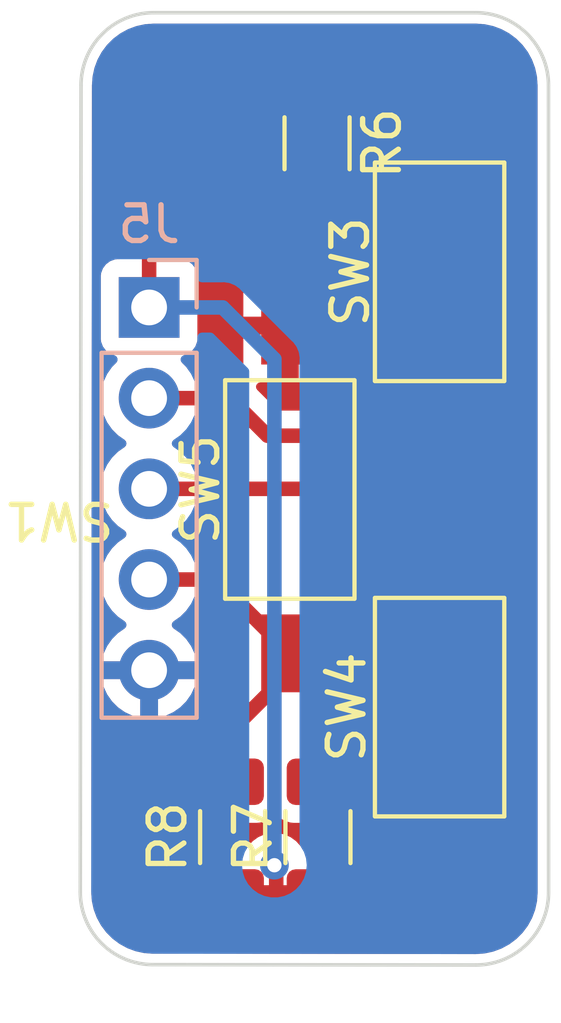
<source format=kicad_pcb>
(kicad_pcb (version 20221018) (generator pcbnew)
  (layers (0 "F.Cu" signal) (31 "B.Cu" signal) (34 "B.Paste" user) (35 "F.Paste" user) (36 "B.SilkS" user "B.Silkscreen") (37 "F.SilkS" user "F.Silkscreen") (38 "B.Mask" user) (39 "F.Mask" user) (44 "Edge.Cuts" user))
  (net 0 "")
  (footprint "Button_Switch_SMD:SW_SPST_FSMSM" (layer "F.Cu") (at 60.868551 82.187 -90)
    (fp_text reference "SW3" (at 0 2.5 90) (layer "F.SilkS"))
    (fp_text value "RIGHT")
    (fp_line (start -3.06 -1.81) (end 3.06 -1.81) (stroke (width 0.12)) (layer "F.SilkS"))
    (fp_line (start -3.06 1.81) (end -3.06 -1.81) (stroke (width 0.12)) (layer "F.SilkS"))
    (fp_line (start 3.06 -1.81) (end 3.06 1.81) (stroke (width 0.12)) (layer "F.SilkS"))
    (fp_line (start 3.06 1.81) (end -3.06 1.81) (stroke (width 0.12)) (layer "F.SilkS"))
    (pad "1" smd rect (at -4.59 0 270) (size 2.18 1.6) (layers "F.Cu" "F.Paste" "F.Mask"))
    (pad "2" smd rect (at 4.59 0 270) (size 2.18 1.6) (layers "F.Cu" "F.Paste" "F.Mask"))
  )
  (footprint "Button_Switch_SMD:SW_SPST_FSMSM" (layer "F.Cu") (at 56.677551 88.283 -90)
    (fp_text reference "SW5" (at 0 2.5 90) (layer "F.SilkS"))
    (fp_text value "SET")
    (fp_line (start -3.06 -1.81) (end 3.06 -1.81) (stroke (width 0.12)) (layer "F.SilkS"))
    (fp_line (start -3.06 1.81) (end -3.06 -1.81) (stroke (width 0.12)) (layer "F.SilkS"))
    (fp_line (start 3.06 -1.81) (end 3.06 1.81) (stroke (width 0.12)) (layer "F.SilkS"))
    (fp_line (start 3.06 1.81) (end -3.06 1.81) (stroke (width 0.12)) (layer "F.SilkS"))
    (pad "1" smd rect (at -4.59 0 270) (size 2.18 1.6) (layers "F.Cu" "F.Paste" "F.Mask"))
    (pad "2" smd rect (at 4.59 0 270) (size 2.18 1.6) (layers "F.Cu" "F.Paste" "F.Mask"))
  )
  (footprint "Resistor_SMD:R_1206_3216Metric_Pad1.30x1.75mm_HandSolder" (layer "F.Cu") (at 57.464951 98.0192 90)
    (fp_text reference "R7" (at 0 -1.82 90) (layer "F.SilkS"))
    (fp_text value "10k")
    (fp_line (start -0.727064 -0.91) (end 0.727064 -0.91) (stroke (width 0.12)) (layer "F.SilkS"))
    (fp_line (start -0.727064 0.91) (end 0.727064 0.91) (stroke (width 0.12)) (layer "F.SilkS"))
    (pad "1" smd roundrect (at -1.55 0 90) (size 1.3 1.75) (layers "F.Cu" "F.Paste" "F.Mask") (roundrect_rratio 0.192308))
    (pad "2" smd roundrect (at 1.55 0 90) (size 1.3 1.75) (layers "F.Cu" "F.Paste" "F.Mask") (roundrect_rratio 0.192308))
  )
  (footprint "Resistor_SMD:R_1206_3216Metric_Pad1.30x1.75mm_HandSolder" (layer "F.Cu") (at 57.439551 78.587 -90)
    (fp_text reference "R6" (at 0 -1.82 90) (layer "F.SilkS"))
    (fp_text value "10k")
    (fp_line (start -0.727064 -0.91) (end 0.727064 -0.91) (stroke (width 0.12)) (layer "F.SilkS"))
    (fp_line (start -0.727064 0.91) (end 0.727064 0.91) (stroke (width 0.12)) (layer "F.SilkS"))
    (pad "1" smd roundrect (at -1.55 0 270) (size 1.3 1.75) (layers "F.Cu" "F.Paste" "F.Mask") (roundrect_rratio 0.192308))
    (pad "2" smd roundrect (at 1.55 0 270) (size 1.3 1.75) (layers "F.Cu" "F.Paste" "F.Mask") (roundrect_rratio 0.192308))
  )
  (footprint "Button_Switch_SMD:SW_SPST_FSMSM" (layer "F.Cu") (at 60.868551 94.379 90)
    (fp_text reference "SW4" (at 0 -2.6 90) (layer "F.SilkS"))
    (fp_text value "LEFT")
    (fp_line (start -3.06 -1.81) (end 3.06 -1.81) (stroke (width 0.12)) (layer "F.SilkS"))
    (fp_line (start -3.06 1.81) (end -3.06 -1.81) (stroke (width 0.12)) (layer "F.SilkS"))
    (fp_line (start 3.06 -1.81) (end 3.06 1.81) (stroke (width 0.12)) (layer "F.SilkS"))
    (fp_line (start 3.06 1.81) (end -3.06 1.81) (stroke (width 0.12)) (layer "F.SilkS"))
    (pad "1" smd rect (at -4.59 0 90) (size 2.18 1.6) (layers "F.Cu" "F.Paste" "F.Mask"))
    (pad "2" smd rect (at 4.59 0 90) (size 2.18 1.6) (layers "F.Cu" "F.Paste" "F.Mask"))
  )
  (footprint "Resistor_SMD:R_1206_3216Metric_Pad1.30x1.75mm_HandSolder" (layer "F.Cu") (at 55.077351 98.018 90)
    (fp_text reference "R8" (at 0 -1.82 90) (layer "F.SilkS"))
    (fp_text value "10k")
    (fp_line (start -0.727064 -0.91) (end 0.727064 -0.91) (stroke (width 0.12)) (layer "F.SilkS"))
    (fp_line (start -0.727064 0.91) (end 0.727064 0.91) (stroke (width 0.12)) (layer "F.SilkS"))
    (pad "1" smd roundrect (at -1.55 0 90) (size 1.3 1.75) (layers "F.Cu" "F.Paste" "F.Mask") (roundrect_rratio 0.192308))
    (pad "2" smd roundrect (at 1.55 0 90) (size 1.3 1.75) (layers "F.Cu" "F.Paste" "F.Mask") (roundrect_rratio 0.192308))
  )
  (footprint "Connector_PinHeader_2.54mm:PinHeader_1x05_P2.54mm_Vertical" (layer "B.Cu") (at 52.740551 83.185 180)
    (fp_text reference "J5" (at 0 2.33) (layer "B.SilkS") (effects (justify mirror)))
    (fp_text value "Keypad1")
    (fp_line (start -1.33 -11.49) (end 1.33 -11.49) (stroke (width 0.12)) (layer "B.SilkS"))
    (fp_line (start -1.33 -1.27) (end -1.33 -11.49) (stroke (width 0.12)) (layer "B.SilkS"))
    (fp_line (start -1.33 -1.27) (end 1.33 -1.27) (stroke (width 0.12)) (layer "B.SilkS"))
    (fp_line (start -1.33 0) (end -1.33 1.33) (stroke (width 0.12)) (layer "B.SilkS"))
    (fp_line (start -1.33 1.33) (end 0 1.33) (stroke (width 0.12)) (layer "B.SilkS"))
    (fp_line (start 1.33 -1.27) (end 1.33 -11.49) (stroke (width 0.12)) (layer "B.SilkS"))
    (pad "1" thru_hole rect (at 0 0 180) (size 1.7 1.7) (drill 1) (layers "*.Cu" "*.Mask"))
    (pad "2" thru_hole oval (at 0 -2.54 180) (size 1.7 1.7) (drill 1) (layers "*.Cu" "*.Mask"))
    (pad "3" thru_hole oval (at 0 -5.08 180) (size 1.7 1.7) (drill 1) (layers "*.Cu" "*.Mask"))
    (pad "4" thru_hole oval (at 0 -7.62 180) (size 1.7 1.7) (drill 1) (layers "*.Cu" "*.Mask"))
    (pad "5" thru_hole oval (at 0 -10.16 180) (size 1.7 1.7) (drill 1) (layers "*.Cu" "*.Mask"))
  )
  (gr_arc (start 61.883471 74.929945) (mid 63.32031 75.525104) (end 63.915471 76.961945) (stroke (width 0.1)) (layer "Edge.Cuts"))
  (gr_line (start 50.835551 76.962054) (end 50.814435 99.557909) (stroke (width 0.1)) (layer "Edge.Cuts"))
  (gr_arc (start 50.835551 76.962054) (mid 51.430733 75.525236) (end 52.867551 74.930054) (stroke (width 0.1)) (layer "Edge.Cuts"))
  (gr_arc (start 52.846435 101.589909) (mid 51.4096 100.994744) (end 50.814435 99.557909) (stroke (width 0.1)) (layer "Edge.Cuts"))
  (gr_line (start 61.883471 74.929945) (end 52.867551 74.930054) (stroke (width 0.1)) (layer "Edge.Cuts"))
  (gr_line (start 63.91763 99.568) (end 63.915471 76.961945) (stroke (width 0.1)) (layer "Edge.Cuts"))
  (gr_arc (start 63.91763 99.568) (mid 63.322518 101.004891) (end 61.88563 101.6) (stroke (width 0.1)) (layer "Edge.Cuts"))
  (gr_line (start 61.88563 101.6) (end 52.846435 101.589909) (stroke (width 0.1)) (layer "Edge.Cuts"))
  (gr_text "SW1" (at 50.216951 89.154 180) (layer "F.SilkS") (effects (font (size 1 1))))
  (segment (start 54.609551 90.805) (end 56.677551 92.873) (width 0.4064) (layer "F.Cu") (net 0))
  (segment (start 52.740551 90.805) (end 54.609551 90.805) (width 0.4064) (layer "F.Cu") (net 0))
  (segment (start 52.740551 80.1624) (end 52.740551 83.185) (width 0.4064) (layer "F.Cu") (net 0))
  (segment (start 57.464951 96.4692) (end 58.607951 95.3262) (width 0.4064) (layer "F.Cu") (net 0))
  (segment (start 56.677551 92.873) (end 56.677551 93.3958) (width 0.4064) (layer "F.Cu") (net 0))
  (segment (start 56.296551 99.5692) (end 55.078551 99.5692) (width 0.4064) (layer "F.Cu") (net 0))
  (segment (start 57.464951 99.5692) (end 56.296551 99.5692) (width 0.4064) (layer "F.Cu") (net 0))
  (segment (start 57.439551 80.137) (end 58.734951 81.4324) (width 0.4064) (layer "F.Cu") (net 0))
  (segment (start 58.607951 95.3262) (end 58.607951 89.789) (width 0.4064) (layer "F.Cu") (net 0))
  (segment (start 55.865951 77.037) (end 52.740551 80.1624) (width 0.4064) (layer "F.Cu") (net 0))
  (segment (start 55.001151 85.725) (end 56.053151 86.777) (width 0.4064) (layer "F.Cu") (net 0))
  (segment (start 56.053151 86.777) (end 60.868551 86.777) (width 0.4064) (layer "F.Cu") (net 0))
  (segment (start 56.677551 93.3958) (end 55.077351 94.996) (width 0.4064) (layer "F.Cu") (net 0))
  (segment (start 55.077351 94.996) (end 55.077351 96.468) (width 0.4064) (layer "F.Cu") (net 0))
  (segment (start 58.607951 89.789) (end 57.083951 88.265) (width 0.4064) (layer "F.Cu") (net 0))
  (segment (start 57.439551 77.037) (end 55.865951 77.037) (width 0.4064) (layer "F.Cu") (net 0))
  (segment (start 60.868551 82.804) (end 60.868551 86.777) (width 0.4064) (layer "F.Cu") (net 0))
  (segment (start 57.083951 88.265) (end 52.740551 88.265) (width 0.4064) (layer "F.Cu") (net 0))
  (segment (start 55.078551 99.5692) (end 55.077351 99.568) (width 0.4064) (layer "F.Cu") (net 0))
  (segment (start 56.296551 99.5692) (end 56.296551 98.8568) (width 0.4064) (layer "F.Cu") (net 0))
  (segment (start 60.868551 89.789) (end 58.607951 89.789) (width 0.4064) (layer "F.Cu") (net 0))
  (segment (start 56.296551 98.8568) (end 56.245751 98.806) (width 0.4064) (layer "F.Cu") (net 0))
  (segment (start 58.734951 81.4324) (end 59.496951 81.4324) (width 0.4064) (layer "F.Cu") (net 0))
  (segment (start 59.496951 81.4324) (end 60.868551 82.804) (width 0.4064) (layer "F.Cu") (net 0))
  (segment (start 52.740551 85.725) (end 55.001151 85.725) (width 0.4064) (layer "F.Cu") (net 0))
  (via (at 56.245751 98.806) (size 0.8) (drill 0.4) (layers "F.Cu" "B.Cu") (net 0))
  (segment (start 56.245751 84.6328) (end 56.245751 98.806) (width 0.4064) (layer "B.Cu") (net 0))
  (segment (start 54.797951 83.185) (end 56.245751 84.6328) (width 0.4064) (layer "B.Cu") (net 0))
  (segment (start 52.740551 83.185) (end 54.797951 83.185) (width 0.4064) (layer "B.Cu") (net 0))
  (zone (net 0) (net_name "") (layers "F&B.Cu") (priority 1) (connect_pads (clearance 0.5)) (min_thickness 0.25) (fill yes (thermal_gap 0.5) (thermal_bridge_width 0.5))
    (polygon (pts (xy 64.272151 74.7268) (xy 50.759351 74.5744) (xy 50.657751 103.2256) (xy 64.119751 103.1748)))
  )
)
</source>
